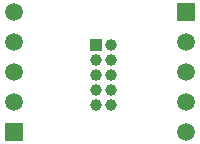
<source format=gtl>
G04 Layer_Physical_Order=1*
G04 Layer_Color=255*
%FSLAX25Y25*%
%MOIN*%
G70*
G01*
G75*
%ADD10C,0.05905*%
%ADD11R,0.05905X0.05905*%
%ADD12R,0.03937X0.03937*%
%ADD13C,0.03937*%
D10*
X26500Y48000D02*
D03*
Y38000D02*
D03*
Y28000D02*
D03*
Y18000D02*
D03*
X84000Y8000D02*
D03*
Y18000D02*
D03*
Y28000D02*
D03*
Y38000D02*
D03*
D11*
X26500Y8000D02*
D03*
X84000Y48000D02*
D03*
D12*
X54000Y37000D02*
D03*
D13*
Y32000D02*
D03*
Y27000D02*
D03*
Y22000D02*
D03*
Y17000D02*
D03*
X59000Y37000D02*
D03*
Y32000D02*
D03*
Y27000D02*
D03*
Y22000D02*
D03*
Y17000D02*
D03*
M02*

</source>
